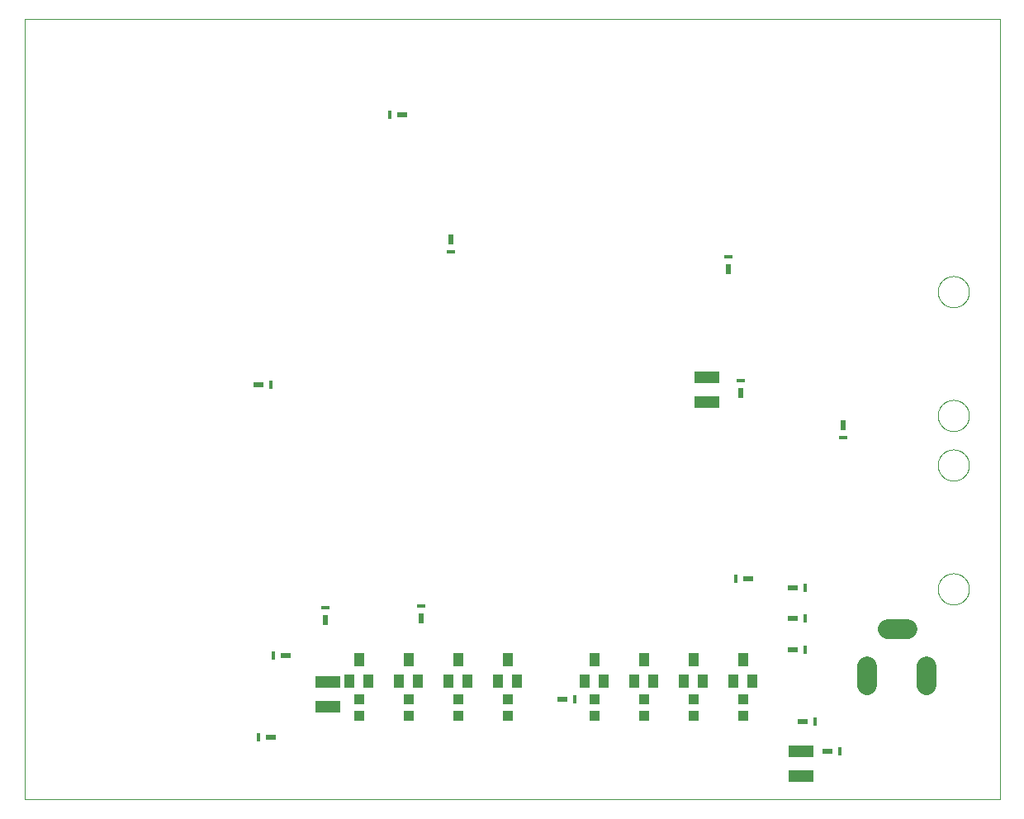
<source format=gbp>
G75*
%MOIN*%
%OFA0B0*%
%FSLAX25Y25*%
%IPPOS*%
%LPD*%
%AMOC8*
5,1,8,0,0,1.08239X$1,22.5*
%
%ADD10C,0.00000*%
%ADD11C,0.07874*%
%ADD12R,0.04000X0.02000*%
%ADD13R,0.01600X0.03200*%
%ADD14R,0.10000X0.05000*%
%ADD15R,0.02000X0.04000*%
%ADD16R,0.03200X0.01600*%
%ADD17R,0.03937X0.05512*%
%ADD18R,0.04331X0.03937*%
D10*
X0003000Y0106000D02*
X0003000Y0420961D01*
X0396701Y0420961D01*
X0396701Y0106000D01*
X0003000Y0106000D01*
X0371701Y0191000D02*
X0371703Y0191158D01*
X0371709Y0191316D01*
X0371719Y0191474D01*
X0371733Y0191632D01*
X0371751Y0191789D01*
X0371772Y0191946D01*
X0371798Y0192102D01*
X0371828Y0192258D01*
X0371861Y0192413D01*
X0371899Y0192566D01*
X0371940Y0192719D01*
X0371985Y0192871D01*
X0372034Y0193022D01*
X0372087Y0193171D01*
X0372143Y0193319D01*
X0372203Y0193465D01*
X0372267Y0193610D01*
X0372335Y0193753D01*
X0372406Y0193895D01*
X0372480Y0194035D01*
X0372558Y0194172D01*
X0372640Y0194308D01*
X0372724Y0194442D01*
X0372813Y0194573D01*
X0372904Y0194702D01*
X0372999Y0194829D01*
X0373096Y0194954D01*
X0373197Y0195076D01*
X0373301Y0195195D01*
X0373408Y0195312D01*
X0373518Y0195426D01*
X0373631Y0195537D01*
X0373746Y0195646D01*
X0373864Y0195751D01*
X0373985Y0195853D01*
X0374108Y0195953D01*
X0374234Y0196049D01*
X0374362Y0196142D01*
X0374492Y0196232D01*
X0374625Y0196318D01*
X0374760Y0196402D01*
X0374896Y0196481D01*
X0375035Y0196558D01*
X0375176Y0196630D01*
X0375318Y0196700D01*
X0375462Y0196765D01*
X0375608Y0196827D01*
X0375755Y0196885D01*
X0375904Y0196940D01*
X0376054Y0196991D01*
X0376205Y0197038D01*
X0376357Y0197081D01*
X0376510Y0197120D01*
X0376665Y0197156D01*
X0376820Y0197187D01*
X0376976Y0197215D01*
X0377132Y0197239D01*
X0377289Y0197259D01*
X0377447Y0197275D01*
X0377604Y0197287D01*
X0377763Y0197295D01*
X0377921Y0197299D01*
X0378079Y0197299D01*
X0378237Y0197295D01*
X0378396Y0197287D01*
X0378553Y0197275D01*
X0378711Y0197259D01*
X0378868Y0197239D01*
X0379024Y0197215D01*
X0379180Y0197187D01*
X0379335Y0197156D01*
X0379490Y0197120D01*
X0379643Y0197081D01*
X0379795Y0197038D01*
X0379946Y0196991D01*
X0380096Y0196940D01*
X0380245Y0196885D01*
X0380392Y0196827D01*
X0380538Y0196765D01*
X0380682Y0196700D01*
X0380824Y0196630D01*
X0380965Y0196558D01*
X0381104Y0196481D01*
X0381240Y0196402D01*
X0381375Y0196318D01*
X0381508Y0196232D01*
X0381638Y0196142D01*
X0381766Y0196049D01*
X0381892Y0195953D01*
X0382015Y0195853D01*
X0382136Y0195751D01*
X0382254Y0195646D01*
X0382369Y0195537D01*
X0382482Y0195426D01*
X0382592Y0195312D01*
X0382699Y0195195D01*
X0382803Y0195076D01*
X0382904Y0194954D01*
X0383001Y0194829D01*
X0383096Y0194702D01*
X0383187Y0194573D01*
X0383276Y0194442D01*
X0383360Y0194308D01*
X0383442Y0194172D01*
X0383520Y0194035D01*
X0383594Y0193895D01*
X0383665Y0193753D01*
X0383733Y0193610D01*
X0383797Y0193465D01*
X0383857Y0193319D01*
X0383913Y0193171D01*
X0383966Y0193022D01*
X0384015Y0192871D01*
X0384060Y0192719D01*
X0384101Y0192566D01*
X0384139Y0192413D01*
X0384172Y0192258D01*
X0384202Y0192102D01*
X0384228Y0191946D01*
X0384249Y0191789D01*
X0384267Y0191632D01*
X0384281Y0191474D01*
X0384291Y0191316D01*
X0384297Y0191158D01*
X0384299Y0191000D01*
X0384297Y0190842D01*
X0384291Y0190684D01*
X0384281Y0190526D01*
X0384267Y0190368D01*
X0384249Y0190211D01*
X0384228Y0190054D01*
X0384202Y0189898D01*
X0384172Y0189742D01*
X0384139Y0189587D01*
X0384101Y0189434D01*
X0384060Y0189281D01*
X0384015Y0189129D01*
X0383966Y0188978D01*
X0383913Y0188829D01*
X0383857Y0188681D01*
X0383797Y0188535D01*
X0383733Y0188390D01*
X0383665Y0188247D01*
X0383594Y0188105D01*
X0383520Y0187965D01*
X0383442Y0187828D01*
X0383360Y0187692D01*
X0383276Y0187558D01*
X0383187Y0187427D01*
X0383096Y0187298D01*
X0383001Y0187171D01*
X0382904Y0187046D01*
X0382803Y0186924D01*
X0382699Y0186805D01*
X0382592Y0186688D01*
X0382482Y0186574D01*
X0382369Y0186463D01*
X0382254Y0186354D01*
X0382136Y0186249D01*
X0382015Y0186147D01*
X0381892Y0186047D01*
X0381766Y0185951D01*
X0381638Y0185858D01*
X0381508Y0185768D01*
X0381375Y0185682D01*
X0381240Y0185598D01*
X0381104Y0185519D01*
X0380965Y0185442D01*
X0380824Y0185370D01*
X0380682Y0185300D01*
X0380538Y0185235D01*
X0380392Y0185173D01*
X0380245Y0185115D01*
X0380096Y0185060D01*
X0379946Y0185009D01*
X0379795Y0184962D01*
X0379643Y0184919D01*
X0379490Y0184880D01*
X0379335Y0184844D01*
X0379180Y0184813D01*
X0379024Y0184785D01*
X0378868Y0184761D01*
X0378711Y0184741D01*
X0378553Y0184725D01*
X0378396Y0184713D01*
X0378237Y0184705D01*
X0378079Y0184701D01*
X0377921Y0184701D01*
X0377763Y0184705D01*
X0377604Y0184713D01*
X0377447Y0184725D01*
X0377289Y0184741D01*
X0377132Y0184761D01*
X0376976Y0184785D01*
X0376820Y0184813D01*
X0376665Y0184844D01*
X0376510Y0184880D01*
X0376357Y0184919D01*
X0376205Y0184962D01*
X0376054Y0185009D01*
X0375904Y0185060D01*
X0375755Y0185115D01*
X0375608Y0185173D01*
X0375462Y0185235D01*
X0375318Y0185300D01*
X0375176Y0185370D01*
X0375035Y0185442D01*
X0374896Y0185519D01*
X0374760Y0185598D01*
X0374625Y0185682D01*
X0374492Y0185768D01*
X0374362Y0185858D01*
X0374234Y0185951D01*
X0374108Y0186047D01*
X0373985Y0186147D01*
X0373864Y0186249D01*
X0373746Y0186354D01*
X0373631Y0186463D01*
X0373518Y0186574D01*
X0373408Y0186688D01*
X0373301Y0186805D01*
X0373197Y0186924D01*
X0373096Y0187046D01*
X0372999Y0187171D01*
X0372904Y0187298D01*
X0372813Y0187427D01*
X0372724Y0187558D01*
X0372640Y0187692D01*
X0372558Y0187828D01*
X0372480Y0187965D01*
X0372406Y0188105D01*
X0372335Y0188247D01*
X0372267Y0188390D01*
X0372203Y0188535D01*
X0372143Y0188681D01*
X0372087Y0188829D01*
X0372034Y0188978D01*
X0371985Y0189129D01*
X0371940Y0189281D01*
X0371899Y0189434D01*
X0371861Y0189587D01*
X0371828Y0189742D01*
X0371798Y0189898D01*
X0371772Y0190054D01*
X0371751Y0190211D01*
X0371733Y0190368D01*
X0371719Y0190526D01*
X0371709Y0190684D01*
X0371703Y0190842D01*
X0371701Y0191000D01*
X0371701Y0241000D02*
X0371703Y0241158D01*
X0371709Y0241316D01*
X0371719Y0241474D01*
X0371733Y0241632D01*
X0371751Y0241789D01*
X0371772Y0241946D01*
X0371798Y0242102D01*
X0371828Y0242258D01*
X0371861Y0242413D01*
X0371899Y0242566D01*
X0371940Y0242719D01*
X0371985Y0242871D01*
X0372034Y0243022D01*
X0372087Y0243171D01*
X0372143Y0243319D01*
X0372203Y0243465D01*
X0372267Y0243610D01*
X0372335Y0243753D01*
X0372406Y0243895D01*
X0372480Y0244035D01*
X0372558Y0244172D01*
X0372640Y0244308D01*
X0372724Y0244442D01*
X0372813Y0244573D01*
X0372904Y0244702D01*
X0372999Y0244829D01*
X0373096Y0244954D01*
X0373197Y0245076D01*
X0373301Y0245195D01*
X0373408Y0245312D01*
X0373518Y0245426D01*
X0373631Y0245537D01*
X0373746Y0245646D01*
X0373864Y0245751D01*
X0373985Y0245853D01*
X0374108Y0245953D01*
X0374234Y0246049D01*
X0374362Y0246142D01*
X0374492Y0246232D01*
X0374625Y0246318D01*
X0374760Y0246402D01*
X0374896Y0246481D01*
X0375035Y0246558D01*
X0375176Y0246630D01*
X0375318Y0246700D01*
X0375462Y0246765D01*
X0375608Y0246827D01*
X0375755Y0246885D01*
X0375904Y0246940D01*
X0376054Y0246991D01*
X0376205Y0247038D01*
X0376357Y0247081D01*
X0376510Y0247120D01*
X0376665Y0247156D01*
X0376820Y0247187D01*
X0376976Y0247215D01*
X0377132Y0247239D01*
X0377289Y0247259D01*
X0377447Y0247275D01*
X0377604Y0247287D01*
X0377763Y0247295D01*
X0377921Y0247299D01*
X0378079Y0247299D01*
X0378237Y0247295D01*
X0378396Y0247287D01*
X0378553Y0247275D01*
X0378711Y0247259D01*
X0378868Y0247239D01*
X0379024Y0247215D01*
X0379180Y0247187D01*
X0379335Y0247156D01*
X0379490Y0247120D01*
X0379643Y0247081D01*
X0379795Y0247038D01*
X0379946Y0246991D01*
X0380096Y0246940D01*
X0380245Y0246885D01*
X0380392Y0246827D01*
X0380538Y0246765D01*
X0380682Y0246700D01*
X0380824Y0246630D01*
X0380965Y0246558D01*
X0381104Y0246481D01*
X0381240Y0246402D01*
X0381375Y0246318D01*
X0381508Y0246232D01*
X0381638Y0246142D01*
X0381766Y0246049D01*
X0381892Y0245953D01*
X0382015Y0245853D01*
X0382136Y0245751D01*
X0382254Y0245646D01*
X0382369Y0245537D01*
X0382482Y0245426D01*
X0382592Y0245312D01*
X0382699Y0245195D01*
X0382803Y0245076D01*
X0382904Y0244954D01*
X0383001Y0244829D01*
X0383096Y0244702D01*
X0383187Y0244573D01*
X0383276Y0244442D01*
X0383360Y0244308D01*
X0383442Y0244172D01*
X0383520Y0244035D01*
X0383594Y0243895D01*
X0383665Y0243753D01*
X0383733Y0243610D01*
X0383797Y0243465D01*
X0383857Y0243319D01*
X0383913Y0243171D01*
X0383966Y0243022D01*
X0384015Y0242871D01*
X0384060Y0242719D01*
X0384101Y0242566D01*
X0384139Y0242413D01*
X0384172Y0242258D01*
X0384202Y0242102D01*
X0384228Y0241946D01*
X0384249Y0241789D01*
X0384267Y0241632D01*
X0384281Y0241474D01*
X0384291Y0241316D01*
X0384297Y0241158D01*
X0384299Y0241000D01*
X0384297Y0240842D01*
X0384291Y0240684D01*
X0384281Y0240526D01*
X0384267Y0240368D01*
X0384249Y0240211D01*
X0384228Y0240054D01*
X0384202Y0239898D01*
X0384172Y0239742D01*
X0384139Y0239587D01*
X0384101Y0239434D01*
X0384060Y0239281D01*
X0384015Y0239129D01*
X0383966Y0238978D01*
X0383913Y0238829D01*
X0383857Y0238681D01*
X0383797Y0238535D01*
X0383733Y0238390D01*
X0383665Y0238247D01*
X0383594Y0238105D01*
X0383520Y0237965D01*
X0383442Y0237828D01*
X0383360Y0237692D01*
X0383276Y0237558D01*
X0383187Y0237427D01*
X0383096Y0237298D01*
X0383001Y0237171D01*
X0382904Y0237046D01*
X0382803Y0236924D01*
X0382699Y0236805D01*
X0382592Y0236688D01*
X0382482Y0236574D01*
X0382369Y0236463D01*
X0382254Y0236354D01*
X0382136Y0236249D01*
X0382015Y0236147D01*
X0381892Y0236047D01*
X0381766Y0235951D01*
X0381638Y0235858D01*
X0381508Y0235768D01*
X0381375Y0235682D01*
X0381240Y0235598D01*
X0381104Y0235519D01*
X0380965Y0235442D01*
X0380824Y0235370D01*
X0380682Y0235300D01*
X0380538Y0235235D01*
X0380392Y0235173D01*
X0380245Y0235115D01*
X0380096Y0235060D01*
X0379946Y0235009D01*
X0379795Y0234962D01*
X0379643Y0234919D01*
X0379490Y0234880D01*
X0379335Y0234844D01*
X0379180Y0234813D01*
X0379024Y0234785D01*
X0378868Y0234761D01*
X0378711Y0234741D01*
X0378553Y0234725D01*
X0378396Y0234713D01*
X0378237Y0234705D01*
X0378079Y0234701D01*
X0377921Y0234701D01*
X0377763Y0234705D01*
X0377604Y0234713D01*
X0377447Y0234725D01*
X0377289Y0234741D01*
X0377132Y0234761D01*
X0376976Y0234785D01*
X0376820Y0234813D01*
X0376665Y0234844D01*
X0376510Y0234880D01*
X0376357Y0234919D01*
X0376205Y0234962D01*
X0376054Y0235009D01*
X0375904Y0235060D01*
X0375755Y0235115D01*
X0375608Y0235173D01*
X0375462Y0235235D01*
X0375318Y0235300D01*
X0375176Y0235370D01*
X0375035Y0235442D01*
X0374896Y0235519D01*
X0374760Y0235598D01*
X0374625Y0235682D01*
X0374492Y0235768D01*
X0374362Y0235858D01*
X0374234Y0235951D01*
X0374108Y0236047D01*
X0373985Y0236147D01*
X0373864Y0236249D01*
X0373746Y0236354D01*
X0373631Y0236463D01*
X0373518Y0236574D01*
X0373408Y0236688D01*
X0373301Y0236805D01*
X0373197Y0236924D01*
X0373096Y0237046D01*
X0372999Y0237171D01*
X0372904Y0237298D01*
X0372813Y0237427D01*
X0372724Y0237558D01*
X0372640Y0237692D01*
X0372558Y0237828D01*
X0372480Y0237965D01*
X0372406Y0238105D01*
X0372335Y0238247D01*
X0372267Y0238390D01*
X0372203Y0238535D01*
X0372143Y0238681D01*
X0372087Y0238829D01*
X0372034Y0238978D01*
X0371985Y0239129D01*
X0371940Y0239281D01*
X0371899Y0239434D01*
X0371861Y0239587D01*
X0371828Y0239742D01*
X0371798Y0239898D01*
X0371772Y0240054D01*
X0371751Y0240211D01*
X0371733Y0240368D01*
X0371719Y0240526D01*
X0371709Y0240684D01*
X0371703Y0240842D01*
X0371701Y0241000D01*
X0371701Y0261000D02*
X0371703Y0261158D01*
X0371709Y0261316D01*
X0371719Y0261474D01*
X0371733Y0261632D01*
X0371751Y0261789D01*
X0371772Y0261946D01*
X0371798Y0262102D01*
X0371828Y0262258D01*
X0371861Y0262413D01*
X0371899Y0262566D01*
X0371940Y0262719D01*
X0371985Y0262871D01*
X0372034Y0263022D01*
X0372087Y0263171D01*
X0372143Y0263319D01*
X0372203Y0263465D01*
X0372267Y0263610D01*
X0372335Y0263753D01*
X0372406Y0263895D01*
X0372480Y0264035D01*
X0372558Y0264172D01*
X0372640Y0264308D01*
X0372724Y0264442D01*
X0372813Y0264573D01*
X0372904Y0264702D01*
X0372999Y0264829D01*
X0373096Y0264954D01*
X0373197Y0265076D01*
X0373301Y0265195D01*
X0373408Y0265312D01*
X0373518Y0265426D01*
X0373631Y0265537D01*
X0373746Y0265646D01*
X0373864Y0265751D01*
X0373985Y0265853D01*
X0374108Y0265953D01*
X0374234Y0266049D01*
X0374362Y0266142D01*
X0374492Y0266232D01*
X0374625Y0266318D01*
X0374760Y0266402D01*
X0374896Y0266481D01*
X0375035Y0266558D01*
X0375176Y0266630D01*
X0375318Y0266700D01*
X0375462Y0266765D01*
X0375608Y0266827D01*
X0375755Y0266885D01*
X0375904Y0266940D01*
X0376054Y0266991D01*
X0376205Y0267038D01*
X0376357Y0267081D01*
X0376510Y0267120D01*
X0376665Y0267156D01*
X0376820Y0267187D01*
X0376976Y0267215D01*
X0377132Y0267239D01*
X0377289Y0267259D01*
X0377447Y0267275D01*
X0377604Y0267287D01*
X0377763Y0267295D01*
X0377921Y0267299D01*
X0378079Y0267299D01*
X0378237Y0267295D01*
X0378396Y0267287D01*
X0378553Y0267275D01*
X0378711Y0267259D01*
X0378868Y0267239D01*
X0379024Y0267215D01*
X0379180Y0267187D01*
X0379335Y0267156D01*
X0379490Y0267120D01*
X0379643Y0267081D01*
X0379795Y0267038D01*
X0379946Y0266991D01*
X0380096Y0266940D01*
X0380245Y0266885D01*
X0380392Y0266827D01*
X0380538Y0266765D01*
X0380682Y0266700D01*
X0380824Y0266630D01*
X0380965Y0266558D01*
X0381104Y0266481D01*
X0381240Y0266402D01*
X0381375Y0266318D01*
X0381508Y0266232D01*
X0381638Y0266142D01*
X0381766Y0266049D01*
X0381892Y0265953D01*
X0382015Y0265853D01*
X0382136Y0265751D01*
X0382254Y0265646D01*
X0382369Y0265537D01*
X0382482Y0265426D01*
X0382592Y0265312D01*
X0382699Y0265195D01*
X0382803Y0265076D01*
X0382904Y0264954D01*
X0383001Y0264829D01*
X0383096Y0264702D01*
X0383187Y0264573D01*
X0383276Y0264442D01*
X0383360Y0264308D01*
X0383442Y0264172D01*
X0383520Y0264035D01*
X0383594Y0263895D01*
X0383665Y0263753D01*
X0383733Y0263610D01*
X0383797Y0263465D01*
X0383857Y0263319D01*
X0383913Y0263171D01*
X0383966Y0263022D01*
X0384015Y0262871D01*
X0384060Y0262719D01*
X0384101Y0262566D01*
X0384139Y0262413D01*
X0384172Y0262258D01*
X0384202Y0262102D01*
X0384228Y0261946D01*
X0384249Y0261789D01*
X0384267Y0261632D01*
X0384281Y0261474D01*
X0384291Y0261316D01*
X0384297Y0261158D01*
X0384299Y0261000D01*
X0384297Y0260842D01*
X0384291Y0260684D01*
X0384281Y0260526D01*
X0384267Y0260368D01*
X0384249Y0260211D01*
X0384228Y0260054D01*
X0384202Y0259898D01*
X0384172Y0259742D01*
X0384139Y0259587D01*
X0384101Y0259434D01*
X0384060Y0259281D01*
X0384015Y0259129D01*
X0383966Y0258978D01*
X0383913Y0258829D01*
X0383857Y0258681D01*
X0383797Y0258535D01*
X0383733Y0258390D01*
X0383665Y0258247D01*
X0383594Y0258105D01*
X0383520Y0257965D01*
X0383442Y0257828D01*
X0383360Y0257692D01*
X0383276Y0257558D01*
X0383187Y0257427D01*
X0383096Y0257298D01*
X0383001Y0257171D01*
X0382904Y0257046D01*
X0382803Y0256924D01*
X0382699Y0256805D01*
X0382592Y0256688D01*
X0382482Y0256574D01*
X0382369Y0256463D01*
X0382254Y0256354D01*
X0382136Y0256249D01*
X0382015Y0256147D01*
X0381892Y0256047D01*
X0381766Y0255951D01*
X0381638Y0255858D01*
X0381508Y0255768D01*
X0381375Y0255682D01*
X0381240Y0255598D01*
X0381104Y0255519D01*
X0380965Y0255442D01*
X0380824Y0255370D01*
X0380682Y0255300D01*
X0380538Y0255235D01*
X0380392Y0255173D01*
X0380245Y0255115D01*
X0380096Y0255060D01*
X0379946Y0255009D01*
X0379795Y0254962D01*
X0379643Y0254919D01*
X0379490Y0254880D01*
X0379335Y0254844D01*
X0379180Y0254813D01*
X0379024Y0254785D01*
X0378868Y0254761D01*
X0378711Y0254741D01*
X0378553Y0254725D01*
X0378396Y0254713D01*
X0378237Y0254705D01*
X0378079Y0254701D01*
X0377921Y0254701D01*
X0377763Y0254705D01*
X0377604Y0254713D01*
X0377447Y0254725D01*
X0377289Y0254741D01*
X0377132Y0254761D01*
X0376976Y0254785D01*
X0376820Y0254813D01*
X0376665Y0254844D01*
X0376510Y0254880D01*
X0376357Y0254919D01*
X0376205Y0254962D01*
X0376054Y0255009D01*
X0375904Y0255060D01*
X0375755Y0255115D01*
X0375608Y0255173D01*
X0375462Y0255235D01*
X0375318Y0255300D01*
X0375176Y0255370D01*
X0375035Y0255442D01*
X0374896Y0255519D01*
X0374760Y0255598D01*
X0374625Y0255682D01*
X0374492Y0255768D01*
X0374362Y0255858D01*
X0374234Y0255951D01*
X0374108Y0256047D01*
X0373985Y0256147D01*
X0373864Y0256249D01*
X0373746Y0256354D01*
X0373631Y0256463D01*
X0373518Y0256574D01*
X0373408Y0256688D01*
X0373301Y0256805D01*
X0373197Y0256924D01*
X0373096Y0257046D01*
X0372999Y0257171D01*
X0372904Y0257298D01*
X0372813Y0257427D01*
X0372724Y0257558D01*
X0372640Y0257692D01*
X0372558Y0257828D01*
X0372480Y0257965D01*
X0372406Y0258105D01*
X0372335Y0258247D01*
X0372267Y0258390D01*
X0372203Y0258535D01*
X0372143Y0258681D01*
X0372087Y0258829D01*
X0372034Y0258978D01*
X0371985Y0259129D01*
X0371940Y0259281D01*
X0371899Y0259434D01*
X0371861Y0259587D01*
X0371828Y0259742D01*
X0371798Y0259898D01*
X0371772Y0260054D01*
X0371751Y0260211D01*
X0371733Y0260368D01*
X0371719Y0260526D01*
X0371709Y0260684D01*
X0371703Y0260842D01*
X0371701Y0261000D01*
X0371701Y0311000D02*
X0371703Y0311158D01*
X0371709Y0311316D01*
X0371719Y0311474D01*
X0371733Y0311632D01*
X0371751Y0311789D01*
X0371772Y0311946D01*
X0371798Y0312102D01*
X0371828Y0312258D01*
X0371861Y0312413D01*
X0371899Y0312566D01*
X0371940Y0312719D01*
X0371985Y0312871D01*
X0372034Y0313022D01*
X0372087Y0313171D01*
X0372143Y0313319D01*
X0372203Y0313465D01*
X0372267Y0313610D01*
X0372335Y0313753D01*
X0372406Y0313895D01*
X0372480Y0314035D01*
X0372558Y0314172D01*
X0372640Y0314308D01*
X0372724Y0314442D01*
X0372813Y0314573D01*
X0372904Y0314702D01*
X0372999Y0314829D01*
X0373096Y0314954D01*
X0373197Y0315076D01*
X0373301Y0315195D01*
X0373408Y0315312D01*
X0373518Y0315426D01*
X0373631Y0315537D01*
X0373746Y0315646D01*
X0373864Y0315751D01*
X0373985Y0315853D01*
X0374108Y0315953D01*
X0374234Y0316049D01*
X0374362Y0316142D01*
X0374492Y0316232D01*
X0374625Y0316318D01*
X0374760Y0316402D01*
X0374896Y0316481D01*
X0375035Y0316558D01*
X0375176Y0316630D01*
X0375318Y0316700D01*
X0375462Y0316765D01*
X0375608Y0316827D01*
X0375755Y0316885D01*
X0375904Y0316940D01*
X0376054Y0316991D01*
X0376205Y0317038D01*
X0376357Y0317081D01*
X0376510Y0317120D01*
X0376665Y0317156D01*
X0376820Y0317187D01*
X0376976Y0317215D01*
X0377132Y0317239D01*
X0377289Y0317259D01*
X0377447Y0317275D01*
X0377604Y0317287D01*
X0377763Y0317295D01*
X0377921Y0317299D01*
X0378079Y0317299D01*
X0378237Y0317295D01*
X0378396Y0317287D01*
X0378553Y0317275D01*
X0378711Y0317259D01*
X0378868Y0317239D01*
X0379024Y0317215D01*
X0379180Y0317187D01*
X0379335Y0317156D01*
X0379490Y0317120D01*
X0379643Y0317081D01*
X0379795Y0317038D01*
X0379946Y0316991D01*
X0380096Y0316940D01*
X0380245Y0316885D01*
X0380392Y0316827D01*
X0380538Y0316765D01*
X0380682Y0316700D01*
X0380824Y0316630D01*
X0380965Y0316558D01*
X0381104Y0316481D01*
X0381240Y0316402D01*
X0381375Y0316318D01*
X0381508Y0316232D01*
X0381638Y0316142D01*
X0381766Y0316049D01*
X0381892Y0315953D01*
X0382015Y0315853D01*
X0382136Y0315751D01*
X0382254Y0315646D01*
X0382369Y0315537D01*
X0382482Y0315426D01*
X0382592Y0315312D01*
X0382699Y0315195D01*
X0382803Y0315076D01*
X0382904Y0314954D01*
X0383001Y0314829D01*
X0383096Y0314702D01*
X0383187Y0314573D01*
X0383276Y0314442D01*
X0383360Y0314308D01*
X0383442Y0314172D01*
X0383520Y0314035D01*
X0383594Y0313895D01*
X0383665Y0313753D01*
X0383733Y0313610D01*
X0383797Y0313465D01*
X0383857Y0313319D01*
X0383913Y0313171D01*
X0383966Y0313022D01*
X0384015Y0312871D01*
X0384060Y0312719D01*
X0384101Y0312566D01*
X0384139Y0312413D01*
X0384172Y0312258D01*
X0384202Y0312102D01*
X0384228Y0311946D01*
X0384249Y0311789D01*
X0384267Y0311632D01*
X0384281Y0311474D01*
X0384291Y0311316D01*
X0384297Y0311158D01*
X0384299Y0311000D01*
X0384297Y0310842D01*
X0384291Y0310684D01*
X0384281Y0310526D01*
X0384267Y0310368D01*
X0384249Y0310211D01*
X0384228Y0310054D01*
X0384202Y0309898D01*
X0384172Y0309742D01*
X0384139Y0309587D01*
X0384101Y0309434D01*
X0384060Y0309281D01*
X0384015Y0309129D01*
X0383966Y0308978D01*
X0383913Y0308829D01*
X0383857Y0308681D01*
X0383797Y0308535D01*
X0383733Y0308390D01*
X0383665Y0308247D01*
X0383594Y0308105D01*
X0383520Y0307965D01*
X0383442Y0307828D01*
X0383360Y0307692D01*
X0383276Y0307558D01*
X0383187Y0307427D01*
X0383096Y0307298D01*
X0383001Y0307171D01*
X0382904Y0307046D01*
X0382803Y0306924D01*
X0382699Y0306805D01*
X0382592Y0306688D01*
X0382482Y0306574D01*
X0382369Y0306463D01*
X0382254Y0306354D01*
X0382136Y0306249D01*
X0382015Y0306147D01*
X0381892Y0306047D01*
X0381766Y0305951D01*
X0381638Y0305858D01*
X0381508Y0305768D01*
X0381375Y0305682D01*
X0381240Y0305598D01*
X0381104Y0305519D01*
X0380965Y0305442D01*
X0380824Y0305370D01*
X0380682Y0305300D01*
X0380538Y0305235D01*
X0380392Y0305173D01*
X0380245Y0305115D01*
X0380096Y0305060D01*
X0379946Y0305009D01*
X0379795Y0304962D01*
X0379643Y0304919D01*
X0379490Y0304880D01*
X0379335Y0304844D01*
X0379180Y0304813D01*
X0379024Y0304785D01*
X0378868Y0304761D01*
X0378711Y0304741D01*
X0378553Y0304725D01*
X0378396Y0304713D01*
X0378237Y0304705D01*
X0378079Y0304701D01*
X0377921Y0304701D01*
X0377763Y0304705D01*
X0377604Y0304713D01*
X0377447Y0304725D01*
X0377289Y0304741D01*
X0377132Y0304761D01*
X0376976Y0304785D01*
X0376820Y0304813D01*
X0376665Y0304844D01*
X0376510Y0304880D01*
X0376357Y0304919D01*
X0376205Y0304962D01*
X0376054Y0305009D01*
X0375904Y0305060D01*
X0375755Y0305115D01*
X0375608Y0305173D01*
X0375462Y0305235D01*
X0375318Y0305300D01*
X0375176Y0305370D01*
X0375035Y0305442D01*
X0374896Y0305519D01*
X0374760Y0305598D01*
X0374625Y0305682D01*
X0374492Y0305768D01*
X0374362Y0305858D01*
X0374234Y0305951D01*
X0374108Y0306047D01*
X0373985Y0306147D01*
X0373864Y0306249D01*
X0373746Y0306354D01*
X0373631Y0306463D01*
X0373518Y0306574D01*
X0373408Y0306688D01*
X0373301Y0306805D01*
X0373197Y0306924D01*
X0373096Y0307046D01*
X0372999Y0307171D01*
X0372904Y0307298D01*
X0372813Y0307427D01*
X0372724Y0307558D01*
X0372640Y0307692D01*
X0372558Y0307828D01*
X0372480Y0307965D01*
X0372406Y0308105D01*
X0372335Y0308247D01*
X0372267Y0308390D01*
X0372203Y0308535D01*
X0372143Y0308681D01*
X0372087Y0308829D01*
X0372034Y0308978D01*
X0371985Y0309129D01*
X0371940Y0309281D01*
X0371899Y0309434D01*
X0371861Y0309587D01*
X0371828Y0309742D01*
X0371798Y0309898D01*
X0371772Y0310054D01*
X0371751Y0310211D01*
X0371733Y0310368D01*
X0371719Y0310526D01*
X0371709Y0310684D01*
X0371703Y0310842D01*
X0371701Y0311000D01*
D11*
X0359437Y0174898D02*
X0351563Y0174898D01*
X0343295Y0159937D02*
X0343295Y0152063D01*
X0367311Y0152063D02*
X0367311Y0159937D01*
D12*
X0327000Y0125500D03*
X0317000Y0137500D03*
X0313000Y0166500D03*
X0313000Y0179000D03*
X0313000Y0191500D03*
X0295000Y0195000D03*
X0220000Y0146500D03*
X0108500Y0164000D03*
X0102500Y0131000D03*
X0097500Y0273500D03*
X0155500Y0382500D03*
D13*
X0150500Y0382500D03*
X0102500Y0273500D03*
X0103500Y0164000D03*
X0097500Y0131000D03*
X0225000Y0146500D03*
X0290000Y0195000D03*
X0318000Y0191500D03*
X0318000Y0179000D03*
X0318000Y0166500D03*
X0322000Y0137500D03*
X0332000Y0125500D03*
D14*
X0316500Y0125500D03*
X0316500Y0115500D03*
X0278500Y0266500D03*
X0278500Y0276500D03*
X0125500Y0153500D03*
X0125500Y0143500D03*
D15*
X0124500Y0178500D03*
X0163000Y0179000D03*
X0175000Y0332000D03*
X0287000Y0320000D03*
X0292000Y0270000D03*
X0333500Y0257000D03*
D16*
X0333500Y0252000D03*
X0292000Y0275000D03*
X0287000Y0325000D03*
X0175000Y0327000D03*
X0163000Y0184000D03*
X0124500Y0183500D03*
D17*
X0138000Y0162331D03*
X0134260Y0153669D03*
X0141740Y0153669D03*
X0154260Y0153669D03*
X0161740Y0153669D03*
X0158000Y0162331D03*
X0174260Y0153669D03*
X0181740Y0153669D03*
X0178000Y0162331D03*
X0194260Y0153669D03*
X0201740Y0153669D03*
X0198000Y0162331D03*
X0229260Y0153669D03*
X0236740Y0153669D03*
X0233000Y0162331D03*
X0249260Y0153669D03*
X0256740Y0153669D03*
X0253000Y0162331D03*
X0269260Y0153669D03*
X0276740Y0153669D03*
X0273000Y0162331D03*
X0289260Y0153669D03*
X0296740Y0153669D03*
X0293000Y0162331D03*
D18*
X0293000Y0146346D03*
X0293000Y0139654D03*
X0273000Y0139654D03*
X0273000Y0146346D03*
X0253000Y0146346D03*
X0253000Y0139654D03*
X0233000Y0139654D03*
X0233000Y0146346D03*
X0198000Y0146346D03*
X0198000Y0139654D03*
X0178000Y0139654D03*
X0178000Y0146346D03*
X0158000Y0146346D03*
X0158000Y0139654D03*
X0138000Y0139654D03*
X0138000Y0146346D03*
M02*

</source>
